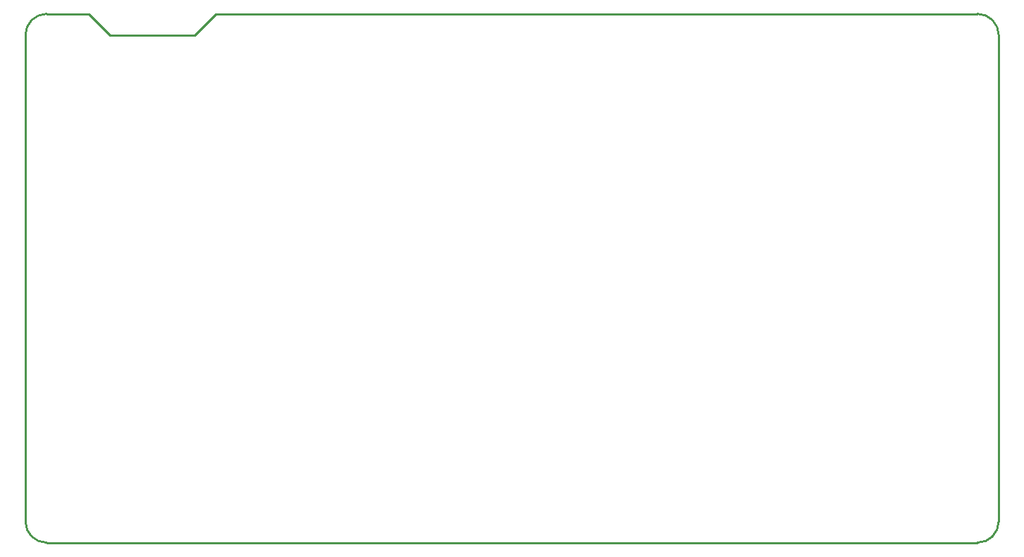
<source format=gko>
G04 Layer: BoardOutlineLayer*
G04 EasyEDA v6.5.1, 2022-06-12 07:01:07*
G04 a67cddfb3fce44daa9051d46cbbcc19f,10*
G04 Gerber Generator version 0.2*
G04 Scale: 100 percent, Rotated: No, Reflected: No *
G04 Dimensions in inches *
G04 leading zeros omitted , absolute positions ,3 integer and 6 decimal *
%FSLAX36Y36*%
%MOIN*%

%ADD10C,0.0100*%
D10*
X100000Y2500000D02*
G01*
X300000Y2500000D01*
X400000Y2400000D01*
X800000Y2400000D01*
X900000Y2500000D01*
X4500000Y2500000D01*
X0Y99998D02*
G01*
X0Y2400000D01*
X4500000Y-1D02*
G01*
X100000Y-1D01*
X4600000Y2400000D02*
G01*
X4600000Y99998D01*
G75*
G01*
X4500000Y2500000D02*
G02*
X4600000Y2400000I0J-100000D01*
G75*
G01*
X4600000Y99998D02*
G02*
X4500000Y-2I-100000J0D01*
G75*
G01*
X100000Y-2D02*
G02*
X0Y99998I0J100000D01*
G75*
G01*
X0Y2400000D02*
G02*
X100000Y2500000I100000J0D01*

%LPD*%
M02*

</source>
